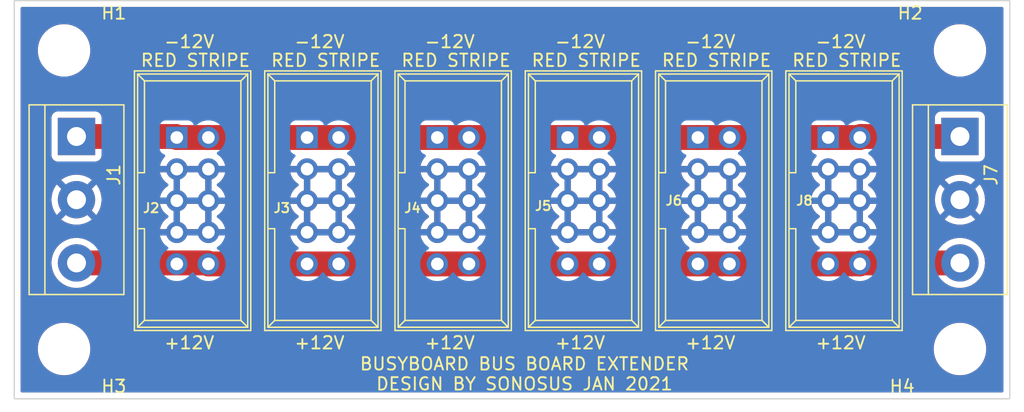
<source format=kicad_pcb>
(kicad_pcb (version 20211014) (generator pcbnew)
  (layers (0 "F.Cu" signal) (31 "B.Cu" signal) (34 "B.Paste" user) (35 "F.Paste" user) (36 "B.SilkS" user "B.Silkscreen") (37 "F.SilkS" user "F.Silkscreen") (38 "B.Mask" user) (39 "F.Mask" user) (44 "Edge.Cuts" user))
  (net 0 "")
  (net 1 "-12V")
  (net 2 "GND")
  (net 3 "+12V")
  (footprint "Sonosus:Power_Header" (layer "F.Cu") (at 113.06 78)
    (fp_text reference "J2" (at -2.06 5.67) (layer "F.SilkS") (effects (font (size 0.75 0.75))))
    (fp_text value "Power Header")
    (fp_text user "-12V" (at 1 -7.7) (layer "F.SilkS"))
    (fp_text user "+12V" (at 1 16.5) (layer "F.SilkS"))
    (fp_text user "RED STRIPE" (at 1.5 -6.2) (layer "F.SilkS"))
    (fp_line (start 5.945 -5.35) (end 5.945 15.51) (layer "F.SilkS") (width 0.12))
    (fp_line (start -2.6 2.83) (end -2.6 -4.55) (layer "F.SilkS") (width 0.12))
    (fp_line (start 5.945 15.51) (end -3.405 15.51) (layer "F.SilkS") (width 0.12))
    (fp_line (start -3.405 15.51) (end -3.405 -5.35) (layer "F.SilkS") (width 0.12))
    (fp_line (start -2.6 7.33) (end -3.11 7.33) (layer "F.SilkS") (width 0.12))
    (fp_line (start -2.6 14.7) (end -2.6 7.35) (layer "F.SilkS") (width 0.12))
    (fp_line (start 5.7 15.25) (end -3.15 15.25) (layer "F.SilkS") (width 0.12))
    (fp_line (start 5.15 -4.55) (end 5.15 14.7) (layer "F.SilkS") (width 0.12))
    (fp_line (start -2.6 14.7) (end -3.1 15.2) (layer "F.SilkS") (width 0.12))
    (fp_line (start 5.15 14.7) (end 5.7 15.25) (layer "F.SilkS") (width 0.12))
    (fp_line (start -3.405 -5.35) (end 5.945 -5.35) (layer "F.SilkS") (width 0.12))
    (fp_line (start 5.15 -4.55) (end 5.7 -5.1) (layer "F.SilkS") (width 0.12))
    (fp_line (start -3.15 -5.1) (end 5.7 -5.1) (layer "F.SilkS") (width 0.12))
    (fp_line (start 5.7 -5.1) (end 5.7 15.25) (layer "F.SilkS") (width 0.12))
    (fp_line (start 5.15 14.7) (end -2.6 14.7) (layer "F.SilkS") (width 0.12))
    (fp_line (start -3.15 15.25) (end -3.15 -5.1) (layer "F.SilkS") (width 0.12))
    (fp_line (start -3.1 2.83) (end -2.62 2.83) (layer "F.SilkS") (width 0.12))
    (fp_line (start -3.15 -5.1) (end -2.6 -4.55) (layer "F.SilkS") (width 0.12))
    (fp_line (start -2.6 -4.55) (end 5.15 -4.55) (layer "F.SilkS") (width 0.12))
    (pad "1" thru_hole rect (at 0 0) (size 1.7272 1.7272) (drill 1.016) (layers *.Cu *.Mask) (net 1 "-12V"))
    (pad "2" thru_hole oval (at 2.54 0) (size 1.7272 1.7272) (drill 1.016) (layers *.Cu *.Mask) (net 1 "-12V"))
    (pad "3" thru_hole oval (at 0 2.54) (size 1.7272 1.7272) (drill 1.016) (layers *.Cu *.Mask) (net 2 "GND"))
    (pad "4" thru_hole oval (at 2.54 2.54) (size 1.7272 1.7272) (drill 1.016) (layers *.Cu *.Mask) (net 2 "GND"))
    (pad "5" thru_hole oval (at 0 5.08) (size 1.7272 1.7272) (drill 1.016) (layers *.Cu *.Mask) (net 2 "GND"))
    (pad "6" thru_hole oval (at 2.54 5.08) (size 1.7272 1.7272) (drill 1.016) (layers *.Cu *.Mask) (net 2 "GND"))
    (pad "7" thru_hole oval (at 0 7.62) (size 1.7272 1.7272) (drill 1.016) (layers *.Cu *.Mask) (net 2 "GND"))
    (pad "8" thru_hole oval (at 2.54 7.62) (size 1.7272 1.7272) (drill 1.016) (layers *.Cu *.Mask) (net 2 "GND"))
    (pad "9" thru_hole oval (at 0 10.16) (size 1.7272 1.7272) (drill 1.016) (layers *.Cu *.Mask) (net 3 "+12V"))
    (pad "10" thru_hole oval (at 2.54 10.16) (size 1.7272 1.7272) (drill 1.016) (layers *.Cu *.Mask) (net 3 "+12V"))
  )
  (footprint "MountingHole:MountingHole_3.2mm_M3" (layer "F.Cu") (at 176 95)
    (fp_text reference "H4" (at -4.645 3) (layer "F.SilkS"))
    (fp_text value "MountingHole")
    (pad "" np_thru_hole circle locked (at 0 0) (size 3.2 3.2) (drill 3.2) (layers *.Cu *.Mask))
  )
  (footprint "Sonosus:Power_Header" (layer "F.Cu") (at 123.53 78)
    (fp_text reference "J3" (at -2.03 5.67) (layer "F.SilkS") (effects (font (size 0.75 0.75))))
    (fp_text value "Power Header")
    (fp_text user "-12V" (at 1 -7.7) (layer "F.SilkS"))
    (fp_text user "+12V" (at 1 16.5) (layer "F.SilkS"))
    (fp_text user "RED STRIPE" (at 1.5 -6.2) (layer "F.SilkS"))
    (fp_line (start -3.15 -5.1) (end -2.6 -4.55) (layer "F.SilkS") (width 0.12))
    (fp_line (start -2.6 -4.55) (end 5.15 -4.55) (layer "F.SilkS") (width 0.12))
    (fp_line (start -2.6 2.83) (end -2.6 -4.55) (layer "F.SilkS") (width 0.12))
    (fp_line (start 5.945 15.51) (end -3.405 15.51) (layer "F.SilkS") (width 0.12))
    (fp_line (start -3.15 -5.1) (end 5.7 -5.1) (layer "F.SilkS") (width 0.12))
    (fp_line (start 5.15 14.7) (end -2.6 14.7) (layer "F.SilkS") (width 0.12))
    (fp_line (start -2.6 14.7) (end -3.1 15.2) (layer "F.SilkS") (width 0.12))
    (fp_line (start -3.1 2.83) (end -2.62 2.83) (layer "F.SilkS") (width 0.12))
    (fp_line (start -2.6 14.7) (end -2.6 7.35) (layer "F.SilkS") (width 0.12))
    (fp_line (start 5.15 14.7) (end 5.7 15.25) (layer "F.SilkS") (width 0.12))
    (fp_line (start 5.15 -4.55) (end 5.7 -5.1) (layer "F.SilkS") (width 0.12))
    (fp_line (start 5.945 -5.35) (end 5.945 15.51) (layer "F.SilkS") (width 0.12))
    (fp_line (start 5.7 15.25) (end -3.15 15.25) (layer "F.SilkS") (width 0.12))
    (fp_line (start -3.15 15.25) (end -3.15 -5.1) (layer "F.SilkS") (width 0.12))
    (fp_line (start -3.405 15.51) (end -3.405 -5.35) (layer "F.SilkS") (width 0.12))
    (fp_line (start 5.7 -5.1) (end 5.7 15.25) (layer "F.SilkS") (width 0.12))
    (fp_line (start 5.15 -4.55) (end 5.15 14.7) (layer "F.SilkS") (width 0.12))
    (fp_line (start -3.405 -5.35) (end 5.945 -5.35) (layer "F.SilkS") (width 0.12))
    (fp_line (start -2.6 7.33) (end -3.11 7.33) (layer "F.SilkS") (width 0.12))
    (pad "1" thru_hole rect (at 0 0) (size 1.7272 1.7272) (drill 1.016) (layers *.Cu *.Mask) (net 1 "-12V"))
    (pad "2" thru_hole oval (at 2.54 0) (size 1.7272 1.7272) (drill 1.016) (layers *.Cu *.Mask) (net 1 "-12V"))
    (pad "3" thru_hole oval (at 0 2.54) (size 1.7272 1.7272) (drill 1.016) (layers *.Cu *.Mask) (net 2 "GND"))
    (pad "4" thru_hole oval (at 2.54 2.54) (size 1.7272 1.7272) (drill 1.016) (layers *.Cu *.Mask) (net 2 "GND"))
    (pad "5" thru_hole oval (at 0 5.08) (size 1.7272 1.7272) (drill 1.016) (layers *.Cu *.Mask) (net 2 "GND"))
    (pad "6" thru_hole oval (at 2.54 5.08) (size 1.7272 1.7272) (drill 1.016) (layers *.Cu *.Mask) (net 2 "GND"))
    (pad "7" thru_hole oval (at 0 7.62) (size 1.7272 1.7272) (drill 1.016) (layers *.Cu *.Mask) (net 2 "GND"))
    (pad "8" thru_hole oval (at 2.54 7.62) (size 1.7272 1.7272) (drill 1.016) (layers *.Cu *.Mask) (net 2 "GND"))
    (pad "9" thru_hole oval (at 0 10.16) (size 1.7272 1.7272) (drill 1.016) (layers *.Cu *.Mask) (net 3 "+12V"))
    (pad "10" thru_hole oval (at 2.54 10.16) (size 1.7272 1.7272) (drill 1.016) (layers *.Cu *.Mask) (net 3 "+12V"))
  )
  (footprint "TerminalBlock:TerminalBlock_bornier-3_P5.08mm" (layer "F.Cu") (at 176 77.92 -90)
    (fp_text reference "J7" (at 3.08 -2.5 90) (layer "F.SilkS"))
    (fp_text value "BUS CONN")
    (fp_line (start -2.54 3.81) (end -2.54 -3.81) (layer "F.SilkS") (width 0.12))
    (fp_line (start -2.54 2.54) (end 12.7 2.54) (layer "F.SilkS") (width 0.12))
    (fp_line (start -2.54 3.81) (end 12.7 3.81) (layer "F.SilkS") (width 0.12))
    (fp_line (start -2.54 -3.81) (end 12.7 -3.81) (layer "F.SilkS") (width 0.12))
    (fp_line (start 12.7 3.81) (end 12.7 -3.81) (layer "F.SilkS") (width 0.12))
    (pad "1" thru_hole rect locked (at 0 0 270) (size 3 3) (drill 1.52) (layers *.Cu *.Mask) (net 1 "-12V"))
    (pad "2" thru_hole circle locked (at 5.08 0 270) (size 3 3) (drill 1.52) (layers *.Cu *.Mask) (net 2 "GND"))
    (pad "3" thru_hole circle locked (at 10.16 0 270) (size 3 3) (drill 1.52) (layers *.Cu *.Mask) (net 3 "+12V"))
  )
  (footprint "Sonosus:Power_Header" (layer "F.Cu") (at 165.41 78)
    (fp_text reference "J8" (at -1.91 5.075) (layer "F.SilkS") (effects (font (size 0.75 0.75))))
    (fp_text value "Power Header")
    (fp_text user "RED STRIPE" (at 1.5 -6.2) (layer "F.SilkS"))
    (fp_text user "+12V" (at 1 16.5) (layer "F.SilkS"))
    (fp_text user "-12V" (at 1 -7.7) (layer "F.SilkS"))
    (fp_line (start 5.945 15.51) (end -3.405 15.51) (layer "F.SilkS") (width 0.12))
    (fp_line (start 5.7 -5.1) (end 5.7 15.25) (layer "F.SilkS") (width 0.12))
    (fp_line (start 5.15 14.7) (end -2.6 14.7) (layer "F.SilkS") (width 0.12))
    (fp_line (start -2.6 14.7) (end -2.6 7.35) (layer "F.SilkS") (width 0.12))
    (fp_line (start -2.6 7.33) (end -3.11 7.33) (layer "F.SilkS") (width 0.12))
    (fp_line (start -2.6 2.83) (end -2.6 -4.55) (layer "F.SilkS") (width 0.12))
    (fp_line (start -3.405 15.51) (end -3.405 -5.35) (layer "F.SilkS") (width 0.12))
    (fp_line (start 5.15 -4.55) (end 5.15 14.7) (layer "F.SilkS") (width 0.12))
    (fp_line (start 5.945 -5.35) (end 5.945 15.51) (layer "F.SilkS") (width 0.12))
    (fp_line (start -2.6 14.7) (end -3.1 15.2) (layer "F.SilkS") (width 0.12))
    (fp_line (start -3.15 15.25) (end -3.15 -5.1) (layer "F.SilkS") (width 0.12))
    (fp_line (start 5.15 -4.55) (end 5.7 -5.1) (layer "F.SilkS") (width 0.12))
    (fp_line (start 5.15 14.7) (end 5.7 15.25) (layer "F.SilkS") (width 0.12))
    (fp_line (start 5.7 15.25) (end -3.15 15.25) (layer "F.SilkS") (width 0.12))
    (fp_line (start -3.1 2.83) (end -2.62 2.83) (layer "F.SilkS") (width 0.12))
    (fp_line (start -3.405 -5.35) (end 5.945 -5.35) (layer "F.SilkS") (width 0.12))
    (fp_line (start -2.6 -4.55) (end 5.15 -4.55) (layer "F.SilkS") (width 0.12))
    (fp_line (start -3.15 -5.1) (end -2.6 -4.55) (layer "F.SilkS") (width 0.12))
    (fp_line (start -3.15 -5.1) (end 5.7 -5.1) (layer "F.SilkS") (width 0.12))
    (pad "1" thru_hole rect (at 0 0) (size 1.7272 1.7272) (drill 1.016) (layers *.Cu *.Mask) (net 1 "-12V"))
    (pad "2" thru_hole oval (at 2.54 0) (size 1.7272 1.7272) (drill 1.016) (layers *.Cu *.Mask) (net 1 "-12V"))
    (pad "3" thru_hole oval (at 0 2.54) (size 1.7272 1.7272) (drill 1.016) (layers *.Cu *.Mask) (net 2 "GND"))
    (pad "4" thru_hole oval (at 2.54 2.54) (size 1.7272 1.7272) (drill 1.016) (layers *.Cu *.Mask) (net 2 "GND"))
    (pad "5" thru_hole oval (at 0 5.08) (size 1.7272 1.7272) (drill 1.016) (layers *.Cu *.Mask) (net 2 "GND"))
    (pad "6" thru_hole oval (at 2.54 5.08) (size 1.7272 1.7272) (drill 1.016) (layers *.Cu *.Mask) (net 2 "GND"))
    (pad "7" thru_hole oval (at 0 7.62) (size 1.7272 1.7272) (drill 1.016) (layers *.Cu *.Mask) (net 2 "GND"))
    (pad "8" thru_hole oval (at 2.54 7.62) (size 1.7272 1.7272) (drill 1.016) (layers *.Cu *.Mask) (net 2 "GND"))
    (pad "9" thru_hole oval (at 0 10.16) (size 1.7272 1.7272) (drill 1.016) (layers *.Cu *.Mask) (net 3 "+12V"))
    (pad "10" thru_hole oval (at 2.54 10.16) (size 1.7272 1.7272) (drill 1.016) (layers *.Cu *.Mask) (net 3 "+12V"))
  )
  (footprint "MountingHole:MountingHole_3.2mm_M3" (layer "F.Cu") (at 104 71)
    (fp_text reference "H1" (at 4 -3) (layer "F.SilkS"))
    (fp_text value "MountingHole")
    (pad "" np_thru_hole circle locked (at 0 0) (size 3.2 3.2) (drill 3.2) (layers *.Cu *.Mask))
  )
  (footprint "Sonosus:Power_Header" (layer "F.Cu") (at 144.47 78)
    (fp_text reference "J5" (at -1.97 5.5) (layer "F.SilkS") (effects (font (size 0.75 0.75))))
    (fp_text value "Power Header")
    (fp_text user "+12V" (at 1 16.5) (layer "F.SilkS"))
    (fp_text user "-12V" (at 1 -7.7) (layer "F.SilkS"))
    (fp_text user "RED STRIPE" (at 1.5 -6.2) (layer "F.SilkS"))
    (fp_line (start -3.1 2.83) (end -2.62 2.83) (layer "F.SilkS") (width 0.12))
    (fp_line (start 5.15 -4.55) (end 5.15 14.7) (layer "F.SilkS") (width 0.12))
    (fp_line (start -2.6 -4.55) (end 5.15 -4.55) (layer "F.SilkS") (width 0.12))
    (fp_line (start -2.6 7.33) (end -3.11 7.33) (layer "F.SilkS") (width 0.12))
    (fp_line (start 5.15 -4.55) (end 5.7 -5.1) (layer "F.SilkS") (width 0.12))
    (fp_line (start -2.6 14.7) (end -3.1 15.2) (layer "F.SilkS") (width 0.12))
    (fp_line (start 5.945 -5.35) (end 5.945 15.51) (layer "F.SilkS") (width 0.12))
    (fp_line (start -2.6 2.83) (end -2.6 -4.55) (layer "F.SilkS") (width 0.12))
    (fp_line (start -3.15 15.25) (end -3.15 -5.1) (layer "F.SilkS") (width 0.12))
    (fp_line (start -3.405 -5.35) (end 5.945 -5.35) (layer "F.SilkS") (width 0.12))
    (fp_line (start 5.15 14.7) (end 5.7 15.25) (layer "F.SilkS") (width 0.12))
    (fp_line (start -2.6 14.7) (end -2.6 7.35) (layer "F.SilkS") (width 0.12))
    (fp_line (start 5.945 15.51) (end -3.405 15.51) (layer "F.SilkS") (width 0.12))
    (fp_line (start -3.15 -5.1) (end 5.7 -5.1) (layer "F.SilkS") (width 0.12))
    (fp_line (start -3.405 15.51) (end -3.405 -5.35) (layer "F.SilkS") (width 0.12))
    (fp_line (start -3.15 -5.1) (end -2.6 -4.55) (layer "F.SilkS") (width 0.12))
    (fp_line (start 5.7 15.25) (end -3.15 15.25) (layer "F.SilkS") (width 0.12))
    (fp_line (start 5.15 14.7) (end -2.6 14.7) (layer "F.SilkS") (width 0.12))
    (fp_line (start 5.7 -5.1) (end 5.7 15.25) (layer "F.SilkS") (width 0.12))
    (pad "1" thru_hole rect (at 0 0) (size 1.7272 1.7272) (drill 1.016) (layers *.Cu *.Mask) (net 1 "-12V"))
    (pad "2" thru_hole oval (at 2.54 0) (size 1.7272 1.7272) (drill 1.016) (layers *.Cu *.Mask) (net 1 "-12V"))
    (pad "3" thru_hole oval (at 0 2.54) (size 1.7272 1.7272) (drill 1.016) (layers *.Cu *.Mask) (net 2 "GND"))
    (pad "4" thru_hole oval (at 2.54 2.54) (size 1.7272 1.7272) (drill 1.016) (layers *.Cu *.Mask) (net 2 "GND"))
    (pad "5" thru_hole oval (at 0 5.08) (size 1.7272 1.7272) (drill 1.016) (layers *.Cu *.Mask) (net 2 "GND"))
    (pad "6" thru_hole oval (at 2.54 5.08) (size 1.7272 1.7272) (drill 1.016) (layers *.Cu *.Mask) (net 2 "GND"))
    (pad "7" thru_hole oval (at 0 7.62) (size 1.7272 1.7272) (drill 1.016) (layers *.Cu *.Mask) (net 2 "GND"))
    (pad "8" thru_hole oval (at 2.54 7.62) (size 1.7272 1.7272) (drill 1.016) (layers *.Cu *.Mask) (net 2 "GND"))
    (pad "9" thru_hole oval (at 0 10.16) (size 1.7272 1.7272) (drill 1.016) (layers *.Cu *.Mask) (net 3 "+12V"))
    (pad "10" thru_hole oval (at 2.54 10.16) (size 1.7272 1.7272) (drill 1.016) (layers *.Cu *.Mask) (net 3 "+12V"))
  )
  (footprint "MountingHole:MountingHole_3.2mm_M3" (layer "F.Cu") (at 176 71)
    (fp_text reference "H2" (at -4 -3) (layer "F.SilkS"))
    (fp_text value "MountingHole")
    (pad "" np_thru_hole circle locked (at 0 0) (size 3.2 3.2) (drill 3.2) (layers *.Cu *.Mask))
  )
  (footprint "TerminalBlock:TerminalBlock_bornier-3_P5.08mm" (layer "F.Cu") (at 105 77.92 -90)
    (fp_text reference "J1" (at 3.08 -3 90) (layer "F.SilkS"))
    (fp_text value "BUS CONN")
    (fp_line (start -2.54 3.81) (end -2.54 -3.81) (layer "F.SilkS") (width 0.12))
    (fp_line (start 12.7 3.81) (end 12.7 -3.81) (layer "F.SilkS") (width 0.12))
    (fp_line (start -2.54 -3.81) (end 12.7 -3.81) (layer "F.SilkS") (width 0.12))
    (fp_line (start -2.54 3.81) (end 12.7 3.81) (layer "F.SilkS") (width 0.12))
    (fp_line (start -2.54 2.54) (end 12.7 2.54) (layer "F.SilkS") (width 0.12))
    (pad "1" thru_hole rect locked (at 0 0 270) (size 3 3) (drill 1.52) (layers *.Cu *.Mask) (net 1 "-12V"))
    (pad "2" thru_hole circle locked (at 5.08 0 270) (size 3 3) (drill 1.52) (layers *.Cu *.Mask) (net 2 "GND"))
    (pad "3" thru_hole circle locked (at 10.16 0 270) (size 3 3) (drill 1.52) (layers *.Cu *.Mask) (net 3 "+12V"))
  )
  (footprint "MountingHole:MountingHole_3.2mm_M3" (layer "F.Cu") (at 104 95)
    (fp_text reference "H3" (at 4 3) (layer "F.SilkS"))
    (fp_text value "MountingHole")
    (pad "" np_thru_hole circle locked (at 0 0) (size 3.2 3.2) (drill 3.2) (layers *.Cu *.Mask))
  )
  (footprint "Sonosus:Power_Header" (layer "F.Cu") (at 154.94 78)
    (fp_text reference "J6" (at -1.94 5.075) (layer "F.SilkS") (effects (font (size 0.75 0.75))))
    (fp_text value "Power Header")
    (fp_text user "RED STRIPE" (at 1.5 -6.2) (layer "F.SilkS"))
    (fp_text user "-12V" (at 1 -7.7) (layer "F.SilkS"))
    (fp_text user "+12V" (at 1 16.5) (layer "F.SilkS"))
    (fp_line (start -3.15 -5.1) (end 5.7 -5.1) (layer "F.SilkS") (width 0.12))
    (fp_line (start -3.405 15.51) (end -3.405 -5.35) (layer "F.SilkS") (width 0.12))
    (fp_line (start -2.6 14.7) (end -3.1 15.2) (layer "F.SilkS") (width 0.12))
    (fp_line (start 5.945 -5.35) (end 5.945 15.51) (layer "F.SilkS") (width 0.12))
    (fp_line (start 5.15 14.7) (end -2.6 14.7) (layer "F.SilkS") (width 0.12))
    (fp_line (start -3.15 -5.1) (end -2.6 -4.55) (layer "F.SilkS") (width 0.12))
    (fp_line (start -2.6 14.7) (end -2.6 7.35) (layer "F.SilkS") (width 0.12))
    (fp_line (start -3.15 15.25) (end -3.15 -5.1) (layer "F.SilkS") (width 0.12))
    (fp_line (start 5.7 -5.1) (end 5.7 15.25) (layer "F.SilkS") (width 0.12))
    (fp_line (start 5.15 -4.55) (end 5.15 14.7) (layer "F.SilkS") (width 0.12))
    (fp_line (start 5.15 14.7) (end 5.7 15.25) (layer "F.SilkS") (width 0.12))
    (fp_line (start -2.6 -4.55) (end 5.15 -4.55) (layer "F.SilkS") (width 0.12))
    (fp_line (start 5.7 15.25) (end -3.15 15.25) (layer "F.SilkS") (width 0.12))
    (fp_line (start -2.6 2.83) (end -2.6 -4.55) (layer "F.SilkS") (width 0.12))
    (fp_line (start -2.6 7.33) (end -3.11 7.33) (layer "F.SilkS") (width 0.12))
    (fp_line (start 5.945 15.51) (end -3.405 15.51) (layer "F.SilkS") (width 0.12))
    (fp_line (start 5.15 -4.55) (end 5.7 -5.1) (layer "F.SilkS") (width 0.12))
    (fp_line (start -3.1 2.83) (end -2.62 2.83) (layer "F.SilkS") (width 0.12))
    (fp_line (start -3.405 -5.35) (end 5.945 -5.35) (layer "F.SilkS") (width 0.12))
    (pad "1" thru_hole rect (at 0 0) (size 1.7272 1.7272) (drill 1.016) (layers *.Cu *.Mask) (net 1 "-12V"))
    (pad "2" thru_hole oval (at 2.54 0) (size 1.7272 1.7272) (drill 1.016) (layers *.Cu *.Mask) (net 1 "-12V"))
    (pad "3" thru_hole oval (at 0 2.54) (size 1.7272 1.7272) (drill 1.016) (layers *.Cu *.Mask) (net 2 "GND"))
    (pad "4" thru_hole oval (at 2.54 2.54) (size 1.7272 1.7272) (drill 1.016) (layers *.Cu *.Mask) (net 2 "GND"))
    (pad "5" thru_hole oval (at 0 5.08) (size 1.7272 1.7272) (drill 1.016) (layers *.Cu *.Mask) (net 2 "GND"))
    (pad "6" thru_hole oval (at 2.54 5.08) (size 1.7272 1.7272) (drill 1.016) (layers *.Cu *.Mask) (net 2 "GND"))
    (pad "7" thru_hole oval (at 0 7.62) (size 1.7272 1.7272) (drill 1.016) (layers *.Cu *.Mask) (net 2 "GND"))
    (pad "8" thru_hole oval (at 2.54 7.62) (size 1.7272 1.7272) (drill 1.016) (layers *.Cu *.Mask) (net 2 "GND"))
    (pad "9" thru_hole oval (at 0 10.16) (size 1.7272 1.7272) (drill 1.016) (layers *.Cu *.Mask) (net 3 "+12V"))
    (pad "10" thru_hole oval (at 2.54 10.16) (size 1.7272 1.7272) (drill 1.016) (layers *.Cu *.Mask) (net 3 "+12V"))
  )
  (footprint "Sonosus:Power_Header" (layer "F.Cu") (at 134 78)
    (fp_text reference "J4" (at -2 5.67) (layer "F.SilkS") (effects (font (size 0.75 0.75))))
    (fp_text value "Power Header")
    (fp_text user "RED STRIPE" (at 1.5 -6.2) (layer "F.SilkS"))
    (fp_text user "-12V" (at 1 -7.7) (layer "F.SilkS"))
    (fp_text user "+12V" (at 1 16.5) (layer "F.SilkS"))
    (fp_line (start -2.6 2.83) (end -2.6 -4.55) (layer "F.SilkS") (width 0.12))
    (fp_line (start 5.945 15.51) (end -3.405 15.51) (layer "F.SilkS") (width 0.12))
    (fp_line (start -3.15 15.25) (end -3.15 -5.1) (layer "F.SilkS") (width 0.12))
    (fp_line (start -2.6 14.7) (end -2.6 7.35) (layer "F.SilkS") (width 0.12))
    (fp_line (start 5.7 -5.1) (end 5.7 15.25) (layer "F.SilkS") (width 0.12))
    (fp_line (start 5.7 15.25) (end -3.15 15.25) (layer "F.SilkS") (width 0.12))
    (fp_line (start -2.6 14.7) (end -3.1 15.2) (layer "F.SilkS") (width 0.12))
    (fp_line (start -3.405 15.51) (end -3.405 -5.35) (layer "F.SilkS") (width 0.12))
    (fp_line (start -3.1 2.83) (end -2.62 2.83) (layer "F.SilkS") (width 0.12))
    (fp_line (start -2.6 7.33) (end -3.11 7.33) (layer "F.SilkS") (width 0.12))
    (fp_line (start -3.15 -5.1) (end 5.7 -5.1) (layer "F.SilkS") (width 0.12))
    (fp_line (start 5.15 -4.55) (end 5.15 14.7) (layer "F.SilkS") (width 0.12))
    (fp_line (start 5.15 -4.55) (end 5.7 -5.1) (layer "F.SilkS") (width 0.12))
    (fp_line (start -3.15 -5.1) (end -2.6 -4.55) (layer "F.SilkS") (width 0.12))
    (fp_line (start 5.15 14.7) (end -2.6 14.7) (layer "F.SilkS") (width 0.12))
    (fp_line (start 5.15 14.7) (end 5.7 15.25) (layer "F.SilkS") (width 0.12))
    (fp_line (start -3.405 -5.35) (end 5.945 -5.35) (layer "F.SilkS") (width 0.12))
    (fp_line (start -2.6 -4.55) (end 5.15 -4.55) (layer "F.SilkS") (width 0.12))
    (fp_line (start 5.945 -5.35) (end 5.945 15.51) (layer "F.SilkS") (width 0.12))
    (pad "1" thru_hole rect (at 0 0) (size 1.7272 1.7272) (drill 1.016) (layers *.Cu *.Mask) (net 1 "-12V"))
    (pad "2" thru_hole oval (at 2.54 0) (size 1.7272 1.7272) (drill 1.016) (layers *.Cu *.Mask) (net 1 "-12V"))
    (pad "3" thru_hole oval (at 0 2.54) (size 1.7272 1.7272) (drill 1.016) (layers *.Cu *.Mask) (net 2 "GND"))
    (pad "4" thru_hole oval (at 2.54 2.54) (size 1.7272 1.7272) (drill 1.016) (layers *.Cu *.Mask) (net 2 "GND"))
    (pad "5" thru_hole oval (at 0 5.08) (size 1.7272 1.7272) (drill 1.016) (layers *.Cu *.Mask) (net 2 "GND"))
    (pad "6" thru_hole oval (at 2.54 5.08) (size 1.7272 1.7272) (drill 1.016) (layers *.Cu *.Mask) (net 2 "GND"))
    (pad "7" thru_hole oval (at 0 7.62) (size 1.7272 1.7272) (drill 1.016) (layers *.Cu *.Mask) (net 2 "GND"))
    (pad "8" thru_hole oval (at 2.54 7.62) (size 1.7272 1.7272) (drill 1.016) (layers *.Cu *.Mask) (net 2 "GND"))
    (pad "9" thru_hole oval (at 0 10.16) (size 1.7272 1.7272) (drill 1.016) (layers *.Cu *.Mask) (net 3 "+12V"))
    (pad "10" thru_hole oval (at 2.54 10.16) (size 1.7272 1.7272) (drill 1.016) (layers *.Cu *.Mask) (net 3 "+12V"))
  )
  (gr_rect (start 100 67) (end 180 99) (layer "Edge.Cuts") (width 0.1) (fill none))
  (gr_text "BUSYBOARD BUS BOARD EXTENDER\nDESIGN BY SONOSUS JAN 2021" (at 141 97) (layer "F.SilkS") (effects (font (size 1 1))))
  (segment (start 136.54 78) (end 144.47 78) (width 2) (layer "F.Cu") (net 1))
  (segment (start 167.95 78) (end 165.41 78) (width 2) (layer "F.Cu") (net 1))
  (segment (start 176 77.92) (end 168.03 77.92) (width 2) (layer "F.Cu") (net 1))
  (segment (start 157.48 78) (end 165.41 78) (width 2) (layer "F.Cu") (net 1))
  (segment (start 105 77.92) (end 112.98 77.92) (width 2) (layer "F.Cu") (net 1))
  (segment (start 112.98 77.92) (end 113.06 78) (width 2) (layer "F.Cu") (net 1))
  (segment (start 134 78) (end 136.54 78) (width 2) (layer "F.Cu") (net 1))
  (segment (start 123.53 78) (end 126.07 78) (width 2) (layer "F.Cu") (net 1))
  (segment (start 157.48 78) (end 154.94 78) (width 2) (layer "F.Cu") (net 1))
  (segment (start 126.07 78) (end 134 78) (width 2) (layer "F.Cu") (net 1))
  (segment (start 115.6 78) (end 123.53 78) (width 2) (layer "F.Cu") (net 1))
  (segment (start 147.01 78) (end 154.94 78) (width 2) (layer "F.Cu") (net 1))
  (segment (start 168.03 77.92) (end 167.95 78) (width 2) (layer "F.Cu") (net 1))
  (segment (start 113.06 78) (end 115.6 78) (width 2) (layer "F.Cu") (net 1))
  (segment (start 144.47 78) (end 147.01 78) (width 2) (layer "F.Cu") (net 1))
  (segment (start 165.41 88.16) (end 157.48 88.16) (width 2) (layer "F.Cu") (net 3))
  (segment (start 154.94 88.16) (end 157.48 88.16) (width 2) (layer "F.Cu") (net 3))
  (segment (start 134 88.16) (end 126.07 88.16) (width 2) (layer "F.Cu") (net 3))
  (segment (start 165.41 88.16) (end 167.95 88.16) (width 2) (layer "F.Cu") (net 3))
  (segment (start 144.47 88.16) (end 136.54 88.16) (width 2) (layer "F.Cu") (net 3))
  (segment (start 144.47 88.16) (end 147.01 88.16) (width 2) (layer "F.Cu") (net 3))
  (segment (start 176 88.08) (end 168.03 88.08) (width 2) (layer "F.Cu") (net 3))
  (segment (start 134 88.16) (end 136.54 88.16) (width 2) (layer "F.Cu") (net 3))
  (segment (start 115.6 88.16) (end 123.53 88.16) (width 2) (layer "F.Cu") (net 3))
  (segment (start 154.94 88.16) (end 147.01 88.16) (width 2) (layer "F.Cu") (net 3))
  (segment (start 115.52 88.08) (end 115.6 88.16) (width 2) (layer "F.Cu") (net 3))
  (segment (start 123.53 88.16) (end 126.07 88.16) (width 2) (layer "F.Cu") (net 3))
  (segment (start 105 88.08) (end 115.52 88.08) (width 2) (layer "F.Cu") (net 3))
  (segment (start 168.03 88.08) (end 167.95 88.16) (width 2) (layer "F.Cu") (net 3))
  (zone (net 2) (net_name "GND") (layers F&B.Cu) (connect_pads (clearance 0.508)) (min_thickness 0.254) (fill yes (thermal_gap 0.508) (thermal_bridge_width 0.508))
    (polygon (pts (xy 180 99) (xy 100 99) (xy 100 67) (xy 180 67)))
  )
)
</source>
